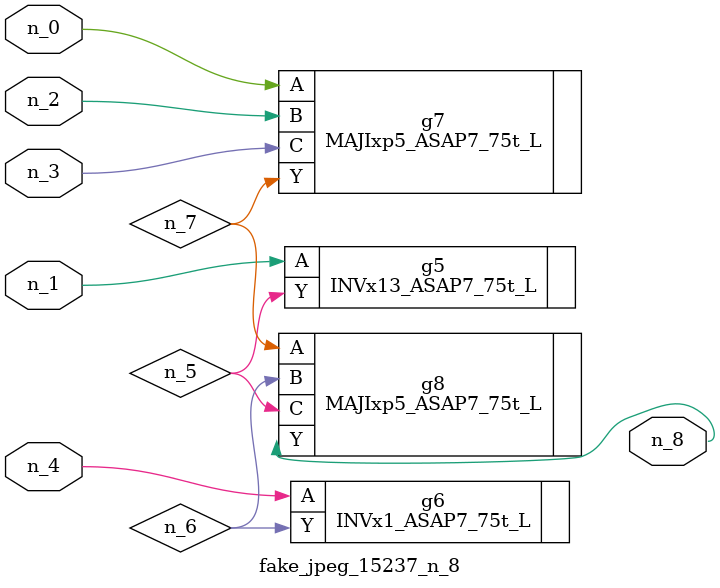
<source format=v>
module fake_jpeg_15237_n_8 (n_3, n_2, n_1, n_0, n_4, n_8);

input n_3;
input n_2;
input n_1;
input n_0;
input n_4;

output n_8;

wire n_6;
wire n_5;
wire n_7;

INVx13_ASAP7_75t_L g5 ( 
.A(n_1),
.Y(n_5)
);

INVx1_ASAP7_75t_L g6 ( 
.A(n_4),
.Y(n_6)
);

MAJIxp5_ASAP7_75t_L g7 ( 
.A(n_0),
.B(n_2),
.C(n_3),
.Y(n_7)
);

MAJIxp5_ASAP7_75t_L g8 ( 
.A(n_7),
.B(n_6),
.C(n_5),
.Y(n_8)
);


endmodule
</source>
